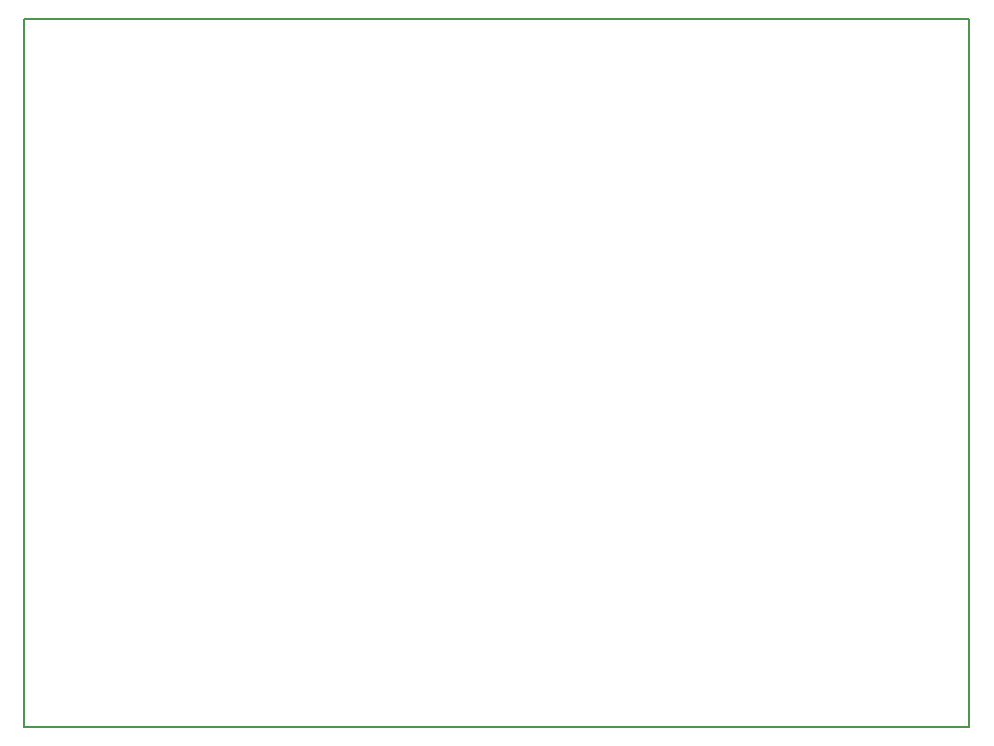
<source format=gbr>
G04 DipTrace 3.2.0.1*
G04 BoardOutline.gbr*
%MOIN*%
G04 #@! TF.FileFunction,Profile*
G04 #@! TF.Part,Single*
%ADD11C,0.005512*%
%FSLAX26Y26*%
G04*
G70*
G90*
G75*
G01*
G04 BoardOutline*
%LPD*%
X393701Y393701D2*
D11*
X3543307D1*
Y2755906D1*
X393701D1*
Y393701D1*
M02*

</source>
